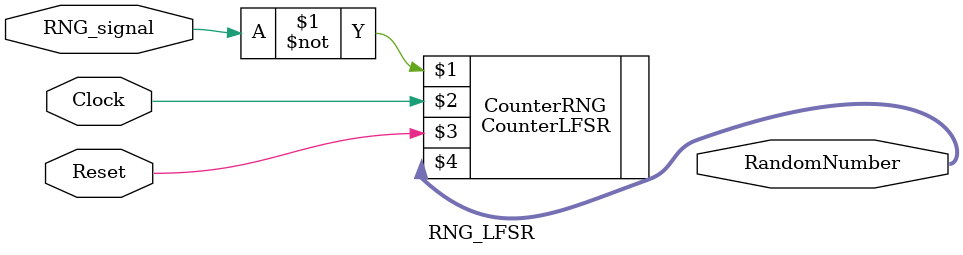
<source format=v>
module RNG_LFSR(RNG_signal, Clock, Reset, RandomNumber);
	input RNG_signal;
	input Clock, Reset;

	output [3:0] RandomNumber;

	CounterLFSR CounterRNG(~RNG_signal, Clock, Reset, RandomNumber);

endmodule
		

</source>
